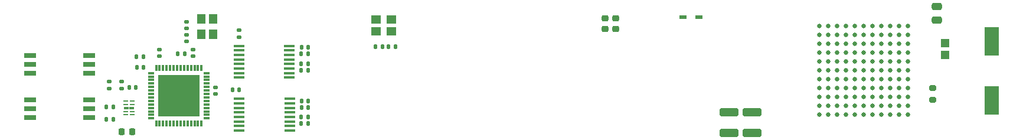
<source format=gbp>
G04 #@! TF.GenerationSoftware,KiCad,Pcbnew,(6.0.10)*
G04 #@! TF.CreationDate,2022-12-27T09:49:49+02:00*
G04 #@! TF.ProjectId,dock_rs232,646f636b-5f72-4733-9233-322e6b696361,rev?*
G04 #@! TF.SameCoordinates,Original*
G04 #@! TF.FileFunction,Paste,Bot*
G04 #@! TF.FilePolarity,Positive*
%FSLAX46Y46*%
G04 Gerber Fmt 4.6, Leading zero omitted, Abs format (unit mm)*
G04 Created by KiCad (PCBNEW (6.0.10)) date 2022-12-27 09:49:49*
%MOMM*%
%LPD*%
G01*
G04 APERTURE LIST*
G04 Aperture macros list*
%AMRoundRect*
0 Rectangle with rounded corners*
0 $1 Rounding radius*
0 $2 $3 $4 $5 $6 $7 $8 $9 X,Y pos of 4 corners*
0 Add a 4 corners polygon primitive as box body*
4,1,4,$2,$3,$4,$5,$6,$7,$8,$9,$2,$3,0*
0 Add four circle primitives for the rounded corners*
1,1,$1+$1,$2,$3*
1,1,$1+$1,$4,$5*
1,1,$1+$1,$6,$7*
1,1,$1+$1,$8,$9*
0 Add four rect primitives between the rounded corners*
20,1,$1+$1,$2,$3,$4,$5,0*
20,1,$1+$1,$4,$5,$6,$7,0*
20,1,$1+$1,$6,$7,$8,$9,0*
20,1,$1+$1,$8,$9,$2,$3,0*%
G04 Aperture macros list end*
%ADD10RoundRect,0.140000X0.140000X0.170000X-0.140000X0.170000X-0.140000X-0.170000X0.140000X-0.170000X0*%
%ADD11C,0.635000*%
%ADD12R,0.675000X0.250000*%
%ADD13R,0.775000X0.400000*%
%ADD14RoundRect,0.250000X1.100000X-0.325000X1.100000X0.325000X-1.100000X0.325000X-1.100000X-0.325000X0*%
%ADD15RoundRect,0.200000X-0.275000X0.200000X-0.275000X-0.200000X0.275000X-0.200000X0.275000X0.200000X0*%
%ADD16RoundRect,0.140000X-0.170000X0.140000X-0.170000X-0.140000X0.170000X-0.140000X0.170000X0.140000X0*%
%ADD17RoundRect,0.140000X-0.140000X-0.170000X0.140000X-0.170000X0.140000X0.170000X-0.140000X0.170000X0*%
%ADD18RoundRect,0.250000X-0.475000X0.250000X-0.475000X-0.250000X0.475000X-0.250000X0.475000X0.250000X0*%
%ADD19R,1.715000X0.760000*%
%ADD20R,1.200000X1.400000*%
%ADD21RoundRect,0.218750X0.218750X0.256250X-0.218750X0.256250X-0.218750X-0.256250X0.218750X-0.256250X0*%
%ADD22R,1.075000X0.500000*%
%ADD23RoundRect,0.135000X0.185000X-0.135000X0.185000X0.135000X-0.185000X0.135000X-0.185000X-0.135000X0*%
%ADD24R,2.100000X4.150000*%
%ADD25RoundRect,0.135000X0.135000X0.185000X-0.135000X0.185000X-0.135000X-0.185000X0.135000X-0.185000X0*%
%ADD26RoundRect,0.225000X-0.250000X0.225000X-0.250000X-0.225000X0.250000X-0.225000X0.250000X0.225000X0*%
%ADD27R,1.400000X1.200000*%
%ADD28RoundRect,0.140000X0.170000X-0.140000X0.170000X0.140000X-0.170000X0.140000X-0.170000X-0.140000X0*%
%ADD29R,0.900000X0.300000*%
%ADD30R,0.300000X0.900000*%
%ADD31R,6.000000X6.000000*%
%ADD32RoundRect,0.135000X-0.135000X-0.185000X0.135000X-0.185000X0.135000X0.185000X-0.135000X0.185000X0*%
%ADD33R,1.639799X0.431000*%
%ADD34R,1.300000X1.200000*%
G04 APERTURE END LIST*
D10*
X261405919Y-105207354D03*
X260445919Y-105207354D03*
D11*
X347455919Y-98867354D03*
X346185919Y-98867354D03*
X344915919Y-98867354D03*
X343645919Y-98867354D03*
X342375919Y-98867354D03*
X341105919Y-98867354D03*
X339835919Y-98867354D03*
X338565919Y-98867354D03*
X337295919Y-98867354D03*
X336025919Y-98867354D03*
X334755919Y-98867354D03*
X347455919Y-100137354D03*
X346185919Y-100137354D03*
X344915919Y-100137354D03*
X343645919Y-100137354D03*
X342375919Y-100137354D03*
X341105919Y-100137354D03*
X339835919Y-100137354D03*
X338565919Y-100137354D03*
X337295919Y-100137354D03*
X336025919Y-100137354D03*
X334755919Y-100137354D03*
X347455919Y-101407354D03*
X346185919Y-101407354D03*
X344915919Y-101407354D03*
X343645919Y-101407354D03*
X342375919Y-101407354D03*
X341105919Y-101407354D03*
X339835919Y-101407354D03*
X338565919Y-101407354D03*
X337295919Y-101407354D03*
X336025919Y-101407354D03*
X334755919Y-101407354D03*
X347455919Y-102677354D03*
X346185919Y-102677354D03*
X344915919Y-102677354D03*
X343645919Y-102677354D03*
X342375919Y-102677354D03*
X341105919Y-102677354D03*
X339835919Y-102677354D03*
X338565919Y-102677354D03*
X337295919Y-102677354D03*
X336025919Y-102677354D03*
X334755919Y-102677354D03*
X347455919Y-103947354D03*
X346185919Y-103947354D03*
X344915919Y-103947354D03*
X343645919Y-103947354D03*
X342375919Y-103947354D03*
X341105919Y-103947354D03*
X339835919Y-103947354D03*
X338565919Y-103947354D03*
X337295919Y-103947354D03*
X336025919Y-103947354D03*
X334755919Y-103947354D03*
X347455919Y-105217354D03*
X346185919Y-105217354D03*
X344915919Y-105217354D03*
X343645919Y-105217354D03*
X342375919Y-105217354D03*
X341105919Y-105217354D03*
X339835919Y-105217354D03*
X338565919Y-105217354D03*
X337295919Y-105217354D03*
X336025919Y-105217354D03*
X334755919Y-105217354D03*
X347455919Y-106487354D03*
X346185919Y-106487354D03*
X344915919Y-106487354D03*
X343645919Y-106487354D03*
X342375919Y-106487354D03*
X341105919Y-106487354D03*
X339835919Y-106487354D03*
X338565919Y-106487354D03*
X337295919Y-106487354D03*
X336025919Y-106487354D03*
X334755919Y-106487354D03*
X347455919Y-107757354D03*
X346185919Y-107757354D03*
X344915919Y-107757354D03*
X343645919Y-107757354D03*
X342375919Y-107757354D03*
X341105919Y-107757354D03*
X339835919Y-107757354D03*
X338565919Y-107757354D03*
X337295919Y-107757354D03*
X336025919Y-107757354D03*
X334755919Y-107757354D03*
X347455919Y-109027354D03*
X346185919Y-109027354D03*
X344915919Y-109027354D03*
X343645919Y-109027354D03*
X342375919Y-109027354D03*
X341105919Y-109027354D03*
X339835919Y-109027354D03*
X338565919Y-109027354D03*
X337295919Y-109027354D03*
X336025919Y-109027354D03*
X334755919Y-109027354D03*
X347455919Y-110297354D03*
X346185919Y-110297354D03*
X344915919Y-110297354D03*
X343645919Y-110297354D03*
X342375919Y-110297354D03*
X341105919Y-110297354D03*
X339835919Y-110297354D03*
X338565919Y-110297354D03*
X337295919Y-110297354D03*
X336025919Y-110297354D03*
X334755919Y-110297354D03*
X347455919Y-111567354D03*
X346185919Y-111567354D03*
X344915919Y-111567354D03*
X343645919Y-111567354D03*
X342375919Y-111567354D03*
X341105919Y-111567354D03*
X339835919Y-111567354D03*
X338565919Y-111567354D03*
X337295919Y-111567354D03*
X336025919Y-111567354D03*
X334755919Y-111567354D03*
D12*
X236176419Y-109592354D03*
X236176419Y-110092354D03*
D13*
X236126419Y-110592354D03*
D12*
X236176419Y-111092354D03*
X236176419Y-111592354D03*
X235301419Y-111592354D03*
X235301419Y-111092354D03*
D13*
X235351419Y-110592354D03*
D12*
X235301419Y-110092354D03*
X235301419Y-109592354D03*
D14*
X321805919Y-114142354D03*
X321805919Y-111192354D03*
D15*
X350980919Y-107767354D03*
X350980919Y-109417354D03*
D16*
X248155919Y-107657354D03*
X248155919Y-108617354D03*
D17*
X271105919Y-101857354D03*
X272065919Y-101857354D03*
D16*
X244915919Y-102222354D03*
X244915919Y-103182354D03*
D10*
X261395919Y-104247354D03*
X260435919Y-104247354D03*
D17*
X235770919Y-107662354D03*
X236730919Y-107662354D03*
D18*
X351605919Y-96067354D03*
X351605919Y-97967354D03*
D19*
X230023919Y-103077354D03*
X230023919Y-104347354D03*
X230023919Y-105617354D03*
X230023919Y-109427354D03*
X230023919Y-110697354D03*
X230023919Y-111967354D03*
X221577919Y-111967354D03*
X221577919Y-110697354D03*
X221577919Y-109427354D03*
X221577919Y-105617354D03*
X221577919Y-104347354D03*
X221577919Y-103077354D03*
D20*
X246095919Y-100027354D03*
X246095919Y-97827354D03*
X247795919Y-97827354D03*
X247795919Y-100027354D03*
D17*
X260465919Y-110537354D03*
X261425919Y-110537354D03*
D21*
X236218419Y-114002354D03*
X234643419Y-114002354D03*
D22*
X315205919Y-97617354D03*
X317505919Y-97617354D03*
D17*
X250575919Y-107967354D03*
X251535919Y-107967354D03*
D16*
X251505919Y-99487354D03*
X251505919Y-100447354D03*
X240070919Y-102212354D03*
X240070919Y-103172354D03*
D10*
X273935919Y-101847354D03*
X272975919Y-101847354D03*
X261410919Y-101867354D03*
X260450919Y-101867354D03*
D23*
X232905919Y-107807354D03*
X232905919Y-106787354D03*
D10*
X261415919Y-109567354D03*
X260455919Y-109567354D03*
D17*
X236825919Y-104802354D03*
X237785919Y-104802354D03*
D10*
X261405919Y-111887354D03*
X260445919Y-111887354D03*
D24*
X359455919Y-101017354D03*
X359455919Y-109517354D03*
D10*
X261405919Y-112837354D03*
X260445919Y-112837354D03*
D25*
X233455919Y-112207354D03*
X232435919Y-112207354D03*
D26*
X304005919Y-97717354D03*
X304005919Y-99267354D03*
D27*
X273385919Y-99657354D03*
X271185919Y-99657354D03*
X271185919Y-97957354D03*
X273385919Y-97957354D03*
D28*
X243945919Y-101067354D03*
X243945919Y-100107354D03*
D16*
X243945919Y-98222354D03*
X243945919Y-99182354D03*
D17*
X260445919Y-102842354D03*
X261405919Y-102842354D03*
D29*
X238925919Y-112097354D03*
X238925919Y-111597354D03*
X238925919Y-111097354D03*
X238925919Y-110597354D03*
X238925919Y-110097354D03*
X238925919Y-109597354D03*
X238925919Y-109097354D03*
X238925919Y-108597354D03*
X238925919Y-108097354D03*
X238925919Y-107597354D03*
X238925919Y-107097354D03*
X238925919Y-106597354D03*
X238925919Y-106097354D03*
X238925919Y-105597354D03*
D30*
X239625919Y-104897354D03*
X240125919Y-104897354D03*
X240625919Y-104897354D03*
X241125919Y-104897354D03*
X241625919Y-104897354D03*
X242125919Y-104897354D03*
X242625919Y-104897354D03*
X243125919Y-104897354D03*
X243625919Y-104897354D03*
X244125919Y-104897354D03*
X244625919Y-104897354D03*
X245125919Y-104897354D03*
X245625919Y-104897354D03*
X246125919Y-104897354D03*
D29*
X246825919Y-105597354D03*
X246825919Y-106097354D03*
X246825919Y-106597354D03*
X246825919Y-107097354D03*
X246825919Y-107597354D03*
X246825919Y-108097354D03*
X246825919Y-108597354D03*
X246825919Y-109097354D03*
X246825919Y-109597354D03*
X246825919Y-110097354D03*
X246825919Y-110597354D03*
X246825919Y-111097354D03*
X246825919Y-111597354D03*
X246825919Y-112097354D03*
D30*
X246125919Y-112797354D03*
X245625919Y-112797354D03*
X245125919Y-112797354D03*
X244625919Y-112797354D03*
X244125919Y-112797354D03*
X243625919Y-112797354D03*
X243125919Y-112797354D03*
X242625919Y-112797354D03*
X242125919Y-112797354D03*
X241625919Y-112797354D03*
X241125919Y-112797354D03*
X240625919Y-112797354D03*
X240125919Y-112797354D03*
X239625919Y-112797354D03*
D31*
X242875919Y-108847354D03*
D14*
X325055919Y-114142354D03*
X325055919Y-111192354D03*
D32*
X236765919Y-103297354D03*
X237785919Y-103297354D03*
D33*
X258748119Y-101712355D03*
X258748119Y-102362353D03*
X258748119Y-103012355D03*
X258748119Y-103662353D03*
X258748119Y-104312352D03*
X258748119Y-104962353D03*
X258748119Y-105612352D03*
X258748119Y-106262353D03*
X251483719Y-106262353D03*
X251483719Y-105612355D03*
X251483719Y-104962353D03*
X251483719Y-104312355D03*
X251483719Y-103662356D03*
X251483719Y-103012355D03*
X251483719Y-102362356D03*
X251483719Y-101712355D03*
D26*
X305505919Y-97717354D03*
X305505919Y-99267354D03*
D32*
X242725919Y-102827354D03*
X243745919Y-102827354D03*
D25*
X233455919Y-110477354D03*
X232435919Y-110477354D03*
D34*
X352805919Y-101317354D03*
X352805919Y-103017354D03*
D33*
X258769019Y-109294855D03*
X258769019Y-109944853D03*
X258769019Y-110594855D03*
X258769019Y-111244853D03*
X258769019Y-111894852D03*
X258769019Y-112544853D03*
X258769019Y-113194852D03*
X258769019Y-113844853D03*
X251504619Y-113844853D03*
X251504619Y-113194855D03*
X251504619Y-112544853D03*
X251504619Y-111894855D03*
X251504619Y-111244856D03*
X251504619Y-110594855D03*
X251504619Y-109944856D03*
X251504619Y-109294855D03*
D23*
X234665919Y-107812354D03*
X234665919Y-106792354D03*
M02*

</source>
